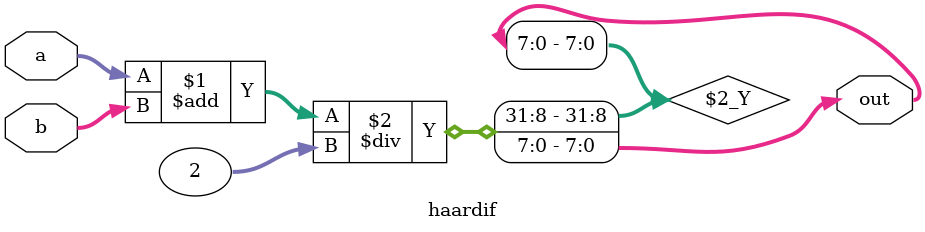
<source format=v>
`timescale 1ns / 1ps
module haardif(out, a,b);
    output [7:0] out;
    input [7:0] a,b;

  assign	out = ((a+b)/2);


endmodule


</source>
